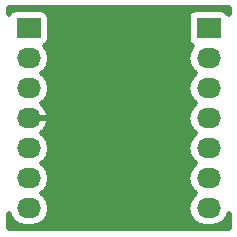
<source format=gbr>
G04 #@! TF.FileFunction,Copper,L2,Bot,Signal*
%FSLAX46Y46*%
G04 Gerber Fmt 4.6, Leading zero omitted, Abs format (unit mm)*
G04 Created by KiCad (PCBNEW 4.0.2+e4-6225~38~ubuntu14.04.1-stable) date Thu 30 Jun 2016 19:20:53 SAST*
%MOMM*%
G01*
G04 APERTURE LIST*
%ADD10C,0.050000*%
%ADD11R,2.032000X1.727200*%
%ADD12O,2.032000X1.727200*%
%ADD13C,0.500000*%
G04 APERTURE END LIST*
D10*
D11*
X139700000Y-91440000D03*
D12*
X139700000Y-93980000D03*
X139700000Y-96520000D03*
X139700000Y-99060000D03*
X139700000Y-101600000D03*
X139700000Y-104140000D03*
X139700000Y-106680000D03*
D11*
X154940000Y-91440000D03*
D12*
X154940000Y-93980000D03*
X154940000Y-96520000D03*
X154940000Y-99060000D03*
X154940000Y-101600000D03*
X154940000Y-104140000D03*
X154940000Y-106680000D03*
D13*
G36*
X156647000Y-90250442D02*
X156509985Y-90037514D01*
X156256682Y-89864440D01*
X155956000Y-89803550D01*
X153924000Y-89803550D01*
X153643102Y-89856405D01*
X153385114Y-90022415D01*
X153212040Y-90275718D01*
X153151150Y-90576400D01*
X153151150Y-92303600D01*
X153204005Y-92584498D01*
X153370015Y-92842486D01*
X153527982Y-92950420D01*
X153254682Y-93359441D01*
X153131245Y-93980000D01*
X153254682Y-94600559D01*
X153606201Y-95126644D01*
X153790816Y-95250000D01*
X153606201Y-95373356D01*
X153254682Y-95899441D01*
X153131245Y-96520000D01*
X153254682Y-97140559D01*
X153606201Y-97666644D01*
X153790816Y-97790000D01*
X153606201Y-97913356D01*
X153254682Y-98439441D01*
X153131245Y-99060000D01*
X153254682Y-99680559D01*
X153606201Y-100206644D01*
X153790816Y-100330000D01*
X153606201Y-100453356D01*
X153254682Y-100979441D01*
X153131245Y-101600000D01*
X153254682Y-102220559D01*
X153606201Y-102746644D01*
X153790816Y-102870000D01*
X153606201Y-102993356D01*
X153254682Y-103519441D01*
X153131245Y-104140000D01*
X153254682Y-104760559D01*
X153606201Y-105286644D01*
X153790816Y-105410000D01*
X153606201Y-105533356D01*
X153254682Y-106059441D01*
X153131245Y-106680000D01*
X153254682Y-107300559D01*
X153606201Y-107826644D01*
X154132286Y-108178163D01*
X154752845Y-108301600D01*
X155127155Y-108301600D01*
X155747714Y-108178163D01*
X156273799Y-107826644D01*
X156625318Y-107300559D01*
X156647000Y-107191556D01*
X156647000Y-108387000D01*
X137993000Y-108387000D01*
X137993000Y-107191556D01*
X138014682Y-107300559D01*
X138366201Y-107826644D01*
X138892286Y-108178163D01*
X139512845Y-108301600D01*
X139887155Y-108301600D01*
X140507714Y-108178163D01*
X141033799Y-107826644D01*
X141385318Y-107300559D01*
X141508755Y-106680000D01*
X141385318Y-106059441D01*
X141033799Y-105533356D01*
X140849184Y-105410000D01*
X141033799Y-105286644D01*
X141385318Y-104760559D01*
X141508755Y-104140000D01*
X141385318Y-103519441D01*
X141033799Y-102993356D01*
X140849184Y-102870000D01*
X141033799Y-102746644D01*
X141385318Y-102220559D01*
X141508755Y-101600000D01*
X141385318Y-100979441D01*
X141033799Y-100453356D01*
X140831560Y-100318224D01*
X141001873Y-100203816D01*
X141352094Y-99676864D01*
X141453405Y-99317624D01*
X141284494Y-99064000D01*
X139704000Y-99064000D01*
X139704000Y-99084000D01*
X139696000Y-99084000D01*
X139696000Y-99064000D01*
X139676000Y-99064000D01*
X139676000Y-99056000D01*
X139696000Y-99056000D01*
X139696000Y-99036000D01*
X139704000Y-99036000D01*
X139704000Y-99056000D01*
X141284494Y-99056000D01*
X141453405Y-98802376D01*
X141352094Y-98443136D01*
X141001873Y-97916184D01*
X140831560Y-97801776D01*
X141033799Y-97666644D01*
X141385318Y-97140559D01*
X141508755Y-96520000D01*
X141385318Y-95899441D01*
X141033799Y-95373356D01*
X140849184Y-95250000D01*
X141033799Y-95126644D01*
X141385318Y-94600559D01*
X141508755Y-93980000D01*
X141385318Y-93359441D01*
X141111597Y-92949789D01*
X141254886Y-92857585D01*
X141427960Y-92604282D01*
X141488850Y-92303600D01*
X141488850Y-90576400D01*
X141435995Y-90295502D01*
X141269985Y-90037514D01*
X141016682Y-89864440D01*
X140716000Y-89803550D01*
X138684000Y-89803550D01*
X138403102Y-89856405D01*
X138145114Y-90022415D01*
X137993000Y-90245042D01*
X137993000Y-89733000D01*
X156647000Y-89733000D01*
X156647000Y-90250442D01*
X156647000Y-90250442D01*
G37*
X156647000Y-90250442D02*
X156509985Y-90037514D01*
X156256682Y-89864440D01*
X155956000Y-89803550D01*
X153924000Y-89803550D01*
X153643102Y-89856405D01*
X153385114Y-90022415D01*
X153212040Y-90275718D01*
X153151150Y-90576400D01*
X153151150Y-92303600D01*
X153204005Y-92584498D01*
X153370015Y-92842486D01*
X153527982Y-92950420D01*
X153254682Y-93359441D01*
X153131245Y-93980000D01*
X153254682Y-94600559D01*
X153606201Y-95126644D01*
X153790816Y-95250000D01*
X153606201Y-95373356D01*
X153254682Y-95899441D01*
X153131245Y-96520000D01*
X153254682Y-97140559D01*
X153606201Y-97666644D01*
X153790816Y-97790000D01*
X153606201Y-97913356D01*
X153254682Y-98439441D01*
X153131245Y-99060000D01*
X153254682Y-99680559D01*
X153606201Y-100206644D01*
X153790816Y-100330000D01*
X153606201Y-100453356D01*
X153254682Y-100979441D01*
X153131245Y-101600000D01*
X153254682Y-102220559D01*
X153606201Y-102746644D01*
X153790816Y-102870000D01*
X153606201Y-102993356D01*
X153254682Y-103519441D01*
X153131245Y-104140000D01*
X153254682Y-104760559D01*
X153606201Y-105286644D01*
X153790816Y-105410000D01*
X153606201Y-105533356D01*
X153254682Y-106059441D01*
X153131245Y-106680000D01*
X153254682Y-107300559D01*
X153606201Y-107826644D01*
X154132286Y-108178163D01*
X154752845Y-108301600D01*
X155127155Y-108301600D01*
X155747714Y-108178163D01*
X156273799Y-107826644D01*
X156625318Y-107300559D01*
X156647000Y-107191556D01*
X156647000Y-108387000D01*
X137993000Y-108387000D01*
X137993000Y-107191556D01*
X138014682Y-107300559D01*
X138366201Y-107826644D01*
X138892286Y-108178163D01*
X139512845Y-108301600D01*
X139887155Y-108301600D01*
X140507714Y-108178163D01*
X141033799Y-107826644D01*
X141385318Y-107300559D01*
X141508755Y-106680000D01*
X141385318Y-106059441D01*
X141033799Y-105533356D01*
X140849184Y-105410000D01*
X141033799Y-105286644D01*
X141385318Y-104760559D01*
X141508755Y-104140000D01*
X141385318Y-103519441D01*
X141033799Y-102993356D01*
X140849184Y-102870000D01*
X141033799Y-102746644D01*
X141385318Y-102220559D01*
X141508755Y-101600000D01*
X141385318Y-100979441D01*
X141033799Y-100453356D01*
X140831560Y-100318224D01*
X141001873Y-100203816D01*
X141352094Y-99676864D01*
X141453405Y-99317624D01*
X141284494Y-99064000D01*
X139704000Y-99064000D01*
X139704000Y-99084000D01*
X139696000Y-99084000D01*
X139696000Y-99064000D01*
X139676000Y-99064000D01*
X139676000Y-99056000D01*
X139696000Y-99056000D01*
X139696000Y-99036000D01*
X139704000Y-99036000D01*
X139704000Y-99056000D01*
X141284494Y-99056000D01*
X141453405Y-98802376D01*
X141352094Y-98443136D01*
X141001873Y-97916184D01*
X140831560Y-97801776D01*
X141033799Y-97666644D01*
X141385318Y-97140559D01*
X141508755Y-96520000D01*
X141385318Y-95899441D01*
X141033799Y-95373356D01*
X140849184Y-95250000D01*
X141033799Y-95126644D01*
X141385318Y-94600559D01*
X141508755Y-93980000D01*
X141385318Y-93359441D01*
X141111597Y-92949789D01*
X141254886Y-92857585D01*
X141427960Y-92604282D01*
X141488850Y-92303600D01*
X141488850Y-90576400D01*
X141435995Y-90295502D01*
X141269985Y-90037514D01*
X141016682Y-89864440D01*
X140716000Y-89803550D01*
X138684000Y-89803550D01*
X138403102Y-89856405D01*
X138145114Y-90022415D01*
X137993000Y-90245042D01*
X137993000Y-89733000D01*
X156647000Y-89733000D01*
X156647000Y-90250442D01*
M02*

</source>
